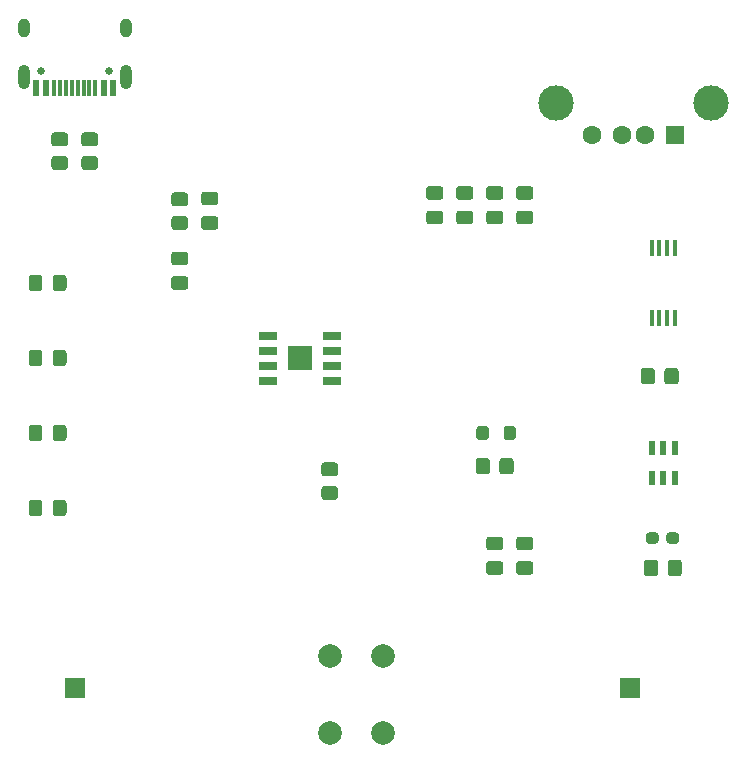
<source format=gbr>
%TF.GenerationSoftware,KiCad,Pcbnew,5.1.9*%
%TF.CreationDate,2021-06-15T13:05:46+08:00*%
%TF.ProjectId,Power-TEST,506f7765-722d-4544-9553-542e6b696361,rev?*%
%TF.SameCoordinates,Original*%
%TF.FileFunction,Soldermask,Top*%
%TF.FilePolarity,Negative*%
%FSLAX46Y46*%
G04 Gerber Fmt 4.6, Leading zero omitted, Abs format (unit mm)*
G04 Created by KiCad (PCBNEW 5.1.9) date 2021-06-15 13:05:46*
%MOMM*%
%LPD*%
G01*
G04 APERTURE LIST*
%ADD10R,1.700000X1.700000*%
%ADD11R,0.600000X1.250000*%
%ADD12R,1.525000X0.700000*%
%ADD13R,2.090000X2.090000*%
%ADD14O,1.000000X1.600000*%
%ADD15C,0.650000*%
%ADD16O,1.000000X2.100000*%
%ADD17R,0.300000X1.450000*%
%ADD18R,0.600000X1.450000*%
%ADD19C,3.000000*%
%ADD20R,1.600000X1.600000*%
%ADD21C,1.600000*%
%ADD22R,0.450000X1.475000*%
%ADD23C,2.000000*%
G04 APERTURE END LIST*
%TO.C,C3*%
G36*
G01*
X101507500Y-97552500D02*
X101507500Y-98027500D01*
G75*
G02*
X101270000Y-98265000I-237500J0D01*
G01*
X100670000Y-98265000D01*
G75*
G02*
X100432500Y-98027500I0J237500D01*
G01*
X100432500Y-97552500D01*
G75*
G02*
X100670000Y-97315000I237500J0D01*
G01*
X101270000Y-97315000D01*
G75*
G02*
X101507500Y-97552500I0J-237500D01*
G01*
G37*
G36*
G01*
X103232500Y-97552500D02*
X103232500Y-98027500D01*
G75*
G02*
X102995000Y-98265000I-237500J0D01*
G01*
X102395000Y-98265000D01*
G75*
G02*
X102157500Y-98027500I0J237500D01*
G01*
X102157500Y-97552500D01*
G75*
G02*
X102395000Y-97315000I237500J0D01*
G01*
X102995000Y-97315000D01*
G75*
G02*
X103232500Y-97552500I0J-237500D01*
G01*
G37*
%TD*%
D10*
%TO.C,J3*%
X52070000Y-110490000D03*
%TD*%
%TO.C,J2*%
X99060000Y-110490000D03*
%TD*%
%TO.C,R7*%
G36*
G01*
X52889999Y-65440000D02*
X53790001Y-65440000D01*
G75*
G02*
X54040000Y-65689999I0J-249999D01*
G01*
X54040000Y-66390001D01*
G75*
G02*
X53790001Y-66640000I-249999J0D01*
G01*
X52889999Y-66640000D01*
G75*
G02*
X52640000Y-66390001I0J249999D01*
G01*
X52640000Y-65689999D01*
G75*
G02*
X52889999Y-65440000I249999J0D01*
G01*
G37*
G36*
G01*
X52889999Y-63440000D02*
X53790001Y-63440000D01*
G75*
G02*
X54040000Y-63689999I0J-249999D01*
G01*
X54040000Y-64390001D01*
G75*
G02*
X53790001Y-64640000I-249999J0D01*
G01*
X52889999Y-64640000D01*
G75*
G02*
X52640000Y-64390001I0J249999D01*
G01*
X52640000Y-63689999D01*
G75*
G02*
X52889999Y-63440000I249999J0D01*
G01*
G37*
%TD*%
%TO.C,R6*%
G36*
G01*
X50349999Y-65440000D02*
X51250001Y-65440000D01*
G75*
G02*
X51500000Y-65689999I0J-249999D01*
G01*
X51500000Y-66390001D01*
G75*
G02*
X51250001Y-66640000I-249999J0D01*
G01*
X50349999Y-66640000D01*
G75*
G02*
X50100000Y-66390001I0J249999D01*
G01*
X50100000Y-65689999D01*
G75*
G02*
X50349999Y-65440000I249999J0D01*
G01*
G37*
G36*
G01*
X50349999Y-63440000D02*
X51250001Y-63440000D01*
G75*
G02*
X51500000Y-63689999I0J-249999D01*
G01*
X51500000Y-64390001D01*
G75*
G02*
X51250001Y-64640000I-249999J0D01*
G01*
X50349999Y-64640000D01*
G75*
G02*
X50100000Y-64390001I0J249999D01*
G01*
X50100000Y-63689999D01*
G75*
G02*
X50349999Y-63440000I249999J0D01*
G01*
G37*
%TD*%
%TO.C,C1*%
G36*
G01*
X60485000Y-75612500D02*
X61435000Y-75612500D01*
G75*
G02*
X61685000Y-75862500I0J-250000D01*
G01*
X61685000Y-76537500D01*
G75*
G02*
X61435000Y-76787500I-250000J0D01*
G01*
X60485000Y-76787500D01*
G75*
G02*
X60235000Y-76537500I0J250000D01*
G01*
X60235000Y-75862500D01*
G75*
G02*
X60485000Y-75612500I250000J0D01*
G01*
G37*
G36*
G01*
X60485000Y-73537500D02*
X61435000Y-73537500D01*
G75*
G02*
X61685000Y-73787500I0J-250000D01*
G01*
X61685000Y-74462500D01*
G75*
G02*
X61435000Y-74712500I-250000J0D01*
G01*
X60485000Y-74712500D01*
G75*
G02*
X60235000Y-74462500I0J250000D01*
G01*
X60235000Y-73787500D01*
G75*
G02*
X60485000Y-73537500I250000J0D01*
G01*
G37*
%TD*%
%TO.C,C2*%
G36*
G01*
X63025000Y-68457500D02*
X63975000Y-68457500D01*
G75*
G02*
X64225000Y-68707500I0J-250000D01*
G01*
X64225000Y-69382500D01*
G75*
G02*
X63975000Y-69632500I-250000J0D01*
G01*
X63025000Y-69632500D01*
G75*
G02*
X62775000Y-69382500I0J250000D01*
G01*
X62775000Y-68707500D01*
G75*
G02*
X63025000Y-68457500I250000J0D01*
G01*
G37*
G36*
G01*
X63025000Y-70532500D02*
X63975000Y-70532500D01*
G75*
G02*
X64225000Y-70782500I0J-250000D01*
G01*
X64225000Y-71457500D01*
G75*
G02*
X63975000Y-71707500I-250000J0D01*
G01*
X63025000Y-71707500D01*
G75*
G02*
X62775000Y-71457500I0J250000D01*
G01*
X62775000Y-70782500D01*
G75*
G02*
X63025000Y-70532500I250000J0D01*
G01*
G37*
%TD*%
%TO.C,C4*%
G36*
G01*
X83025000Y-69167500D02*
X82075000Y-69167500D01*
G75*
G02*
X81825000Y-68917500I0J250000D01*
G01*
X81825000Y-68242500D01*
G75*
G02*
X82075000Y-67992500I250000J0D01*
G01*
X83025000Y-67992500D01*
G75*
G02*
X83275000Y-68242500I0J-250000D01*
G01*
X83275000Y-68917500D01*
G75*
G02*
X83025000Y-69167500I-250000J0D01*
G01*
G37*
G36*
G01*
X83025000Y-71242500D02*
X82075000Y-71242500D01*
G75*
G02*
X81825000Y-70992500I0J250000D01*
G01*
X81825000Y-70317500D01*
G75*
G02*
X82075000Y-70067500I250000J0D01*
G01*
X83025000Y-70067500D01*
G75*
G02*
X83275000Y-70317500I0J-250000D01*
G01*
X83275000Y-70992500D01*
G75*
G02*
X83025000Y-71242500I-250000J0D01*
G01*
G37*
%TD*%
%TO.C,C5*%
G36*
G01*
X85565000Y-69167500D02*
X84615000Y-69167500D01*
G75*
G02*
X84365000Y-68917500I0J250000D01*
G01*
X84365000Y-68242500D01*
G75*
G02*
X84615000Y-67992500I250000J0D01*
G01*
X85565000Y-67992500D01*
G75*
G02*
X85815000Y-68242500I0J-250000D01*
G01*
X85815000Y-68917500D01*
G75*
G02*
X85565000Y-69167500I-250000J0D01*
G01*
G37*
G36*
G01*
X85565000Y-71242500D02*
X84615000Y-71242500D01*
G75*
G02*
X84365000Y-70992500I0J250000D01*
G01*
X84365000Y-70317500D01*
G75*
G02*
X84615000Y-70067500I250000J0D01*
G01*
X85565000Y-70067500D01*
G75*
G02*
X85815000Y-70317500I0J-250000D01*
G01*
X85815000Y-70992500D01*
G75*
G02*
X85565000Y-71242500I-250000J0D01*
G01*
G37*
%TD*%
%TO.C,C6*%
G36*
G01*
X88105000Y-71242500D02*
X87155000Y-71242500D01*
G75*
G02*
X86905000Y-70992500I0J250000D01*
G01*
X86905000Y-70317500D01*
G75*
G02*
X87155000Y-70067500I250000J0D01*
G01*
X88105000Y-70067500D01*
G75*
G02*
X88355000Y-70317500I0J-250000D01*
G01*
X88355000Y-70992500D01*
G75*
G02*
X88105000Y-71242500I-250000J0D01*
G01*
G37*
G36*
G01*
X88105000Y-69167500D02*
X87155000Y-69167500D01*
G75*
G02*
X86905000Y-68917500I0J250000D01*
G01*
X86905000Y-68242500D01*
G75*
G02*
X87155000Y-67992500I250000J0D01*
G01*
X88105000Y-67992500D01*
G75*
G02*
X88355000Y-68242500I0J-250000D01*
G01*
X88355000Y-68917500D01*
G75*
G02*
X88105000Y-69167500I-250000J0D01*
G01*
G37*
%TD*%
%TO.C,C7*%
G36*
G01*
X90645000Y-71242500D02*
X89695000Y-71242500D01*
G75*
G02*
X89445000Y-70992500I0J250000D01*
G01*
X89445000Y-70317500D01*
G75*
G02*
X89695000Y-70067500I250000J0D01*
G01*
X90645000Y-70067500D01*
G75*
G02*
X90895000Y-70317500I0J-250000D01*
G01*
X90895000Y-70992500D01*
G75*
G02*
X90645000Y-71242500I-250000J0D01*
G01*
G37*
G36*
G01*
X90645000Y-69167500D02*
X89695000Y-69167500D01*
G75*
G02*
X89445000Y-68917500I0J250000D01*
G01*
X89445000Y-68242500D01*
G75*
G02*
X89695000Y-67992500I250000J0D01*
G01*
X90645000Y-67992500D01*
G75*
G02*
X90895000Y-68242500I0J-250000D01*
G01*
X90895000Y-68917500D01*
G75*
G02*
X90645000Y-69167500I-250000J0D01*
G01*
G37*
%TD*%
%TO.C,C8*%
G36*
G01*
X87155000Y-99742500D02*
X88105000Y-99742500D01*
G75*
G02*
X88355000Y-99992500I0J-250000D01*
G01*
X88355000Y-100667500D01*
G75*
G02*
X88105000Y-100917500I-250000J0D01*
G01*
X87155000Y-100917500D01*
G75*
G02*
X86905000Y-100667500I0J250000D01*
G01*
X86905000Y-99992500D01*
G75*
G02*
X87155000Y-99742500I250000J0D01*
G01*
G37*
G36*
G01*
X87155000Y-97667500D02*
X88105000Y-97667500D01*
G75*
G02*
X88355000Y-97917500I0J-250000D01*
G01*
X88355000Y-98592500D01*
G75*
G02*
X88105000Y-98842500I-250000J0D01*
G01*
X87155000Y-98842500D01*
G75*
G02*
X86905000Y-98592500I0J250000D01*
G01*
X86905000Y-97917500D01*
G75*
G02*
X87155000Y-97667500I250000J0D01*
G01*
G37*
%TD*%
%TO.C,C9*%
G36*
G01*
X89695000Y-97667500D02*
X90645000Y-97667500D01*
G75*
G02*
X90895000Y-97917500I0J-250000D01*
G01*
X90895000Y-98592500D01*
G75*
G02*
X90645000Y-98842500I-250000J0D01*
G01*
X89695000Y-98842500D01*
G75*
G02*
X89445000Y-98592500I0J250000D01*
G01*
X89445000Y-97917500D01*
G75*
G02*
X89695000Y-97667500I250000J0D01*
G01*
G37*
G36*
G01*
X89695000Y-99742500D02*
X90645000Y-99742500D01*
G75*
G02*
X90895000Y-99992500I0J-250000D01*
G01*
X90895000Y-100667500D01*
G75*
G02*
X90645000Y-100917500I-250000J0D01*
G01*
X89695000Y-100917500D01*
G75*
G02*
X89445000Y-100667500I0J250000D01*
G01*
X89445000Y-99992500D01*
G75*
G02*
X89695000Y-99742500I250000J0D01*
G01*
G37*
%TD*%
%TO.C,D1*%
G36*
G01*
X49325000Y-75749999D02*
X49325000Y-76650001D01*
G75*
G02*
X49075001Y-76900000I-249999J0D01*
G01*
X48424999Y-76900000D01*
G75*
G02*
X48175000Y-76650001I0J249999D01*
G01*
X48175000Y-75749999D01*
G75*
G02*
X48424999Y-75500000I249999J0D01*
G01*
X49075001Y-75500000D01*
G75*
G02*
X49325000Y-75749999I0J-249999D01*
G01*
G37*
G36*
G01*
X51375000Y-75749999D02*
X51375000Y-76650001D01*
G75*
G02*
X51125001Y-76900000I-249999J0D01*
G01*
X50474999Y-76900000D01*
G75*
G02*
X50225000Y-76650001I0J249999D01*
G01*
X50225000Y-75749999D01*
G75*
G02*
X50474999Y-75500000I249999J0D01*
G01*
X51125001Y-75500000D01*
G75*
G02*
X51375000Y-75749999I0J-249999D01*
G01*
G37*
%TD*%
%TO.C,D2*%
G36*
G01*
X48175000Y-83000001D02*
X48175000Y-82099999D01*
G75*
G02*
X48424999Y-81850000I249999J0D01*
G01*
X49075001Y-81850000D01*
G75*
G02*
X49325000Y-82099999I0J-249999D01*
G01*
X49325000Y-83000001D01*
G75*
G02*
X49075001Y-83250000I-249999J0D01*
G01*
X48424999Y-83250000D01*
G75*
G02*
X48175000Y-83000001I0J249999D01*
G01*
G37*
G36*
G01*
X50225000Y-83000001D02*
X50225000Y-82099999D01*
G75*
G02*
X50474999Y-81850000I249999J0D01*
G01*
X51125001Y-81850000D01*
G75*
G02*
X51375000Y-82099999I0J-249999D01*
G01*
X51375000Y-83000001D01*
G75*
G02*
X51125001Y-83250000I-249999J0D01*
G01*
X50474999Y-83250000D01*
G75*
G02*
X50225000Y-83000001I0J249999D01*
G01*
G37*
%TD*%
%TO.C,D3*%
G36*
G01*
X48175000Y-89350001D02*
X48175000Y-88449999D01*
G75*
G02*
X48424999Y-88200000I249999J0D01*
G01*
X49075001Y-88200000D01*
G75*
G02*
X49325000Y-88449999I0J-249999D01*
G01*
X49325000Y-89350001D01*
G75*
G02*
X49075001Y-89600000I-249999J0D01*
G01*
X48424999Y-89600000D01*
G75*
G02*
X48175000Y-89350001I0J249999D01*
G01*
G37*
G36*
G01*
X50225000Y-89350001D02*
X50225000Y-88449999D01*
G75*
G02*
X50474999Y-88200000I249999J0D01*
G01*
X51125001Y-88200000D01*
G75*
G02*
X51375000Y-88449999I0J-249999D01*
G01*
X51375000Y-89350001D01*
G75*
G02*
X51125001Y-89600000I-249999J0D01*
G01*
X50474999Y-89600000D01*
G75*
G02*
X50225000Y-89350001I0J249999D01*
G01*
G37*
%TD*%
%TO.C,D4*%
G36*
G01*
X49325000Y-94799999D02*
X49325000Y-95700001D01*
G75*
G02*
X49075001Y-95950000I-249999J0D01*
G01*
X48424999Y-95950000D01*
G75*
G02*
X48175000Y-95700001I0J249999D01*
G01*
X48175000Y-94799999D01*
G75*
G02*
X48424999Y-94550000I249999J0D01*
G01*
X49075001Y-94550000D01*
G75*
G02*
X49325000Y-94799999I0J-249999D01*
G01*
G37*
G36*
G01*
X51375000Y-94799999D02*
X51375000Y-95700001D01*
G75*
G02*
X51125001Y-95950000I-249999J0D01*
G01*
X50474999Y-95950000D01*
G75*
G02*
X50225000Y-95700001I0J249999D01*
G01*
X50225000Y-94799999D01*
G75*
G02*
X50474999Y-94550000I249999J0D01*
G01*
X51125001Y-94550000D01*
G75*
G02*
X51375000Y-94799999I0J-249999D01*
G01*
G37*
%TD*%
D11*
%TO.C,IC1*%
X102870000Y-90210000D03*
X101920000Y-90210000D03*
X100970000Y-90210000D03*
X100970000Y-92710000D03*
X101920000Y-92710000D03*
X102870000Y-92710000D03*
%TD*%
D12*
%TO.C,IC2*%
X68408000Y-80645000D03*
X68408000Y-81915000D03*
X68408000Y-83185000D03*
X68408000Y-84455000D03*
X73832000Y-84455000D03*
X73832000Y-83185000D03*
X73832000Y-81915000D03*
X73832000Y-80645000D03*
D13*
X71120000Y-82550000D03*
%TD*%
D14*
%TO.C,J1*%
X47750000Y-54595000D03*
D15*
X49180000Y-58245000D03*
D14*
X56390000Y-54595000D03*
D15*
X54960000Y-58245000D03*
D16*
X56390000Y-58775000D03*
X47750000Y-58775000D03*
D17*
X52320000Y-59690000D03*
X50320000Y-59690000D03*
X50820000Y-59690000D03*
X51320000Y-59690000D03*
X51820000Y-59690000D03*
X52820000Y-59690000D03*
X53320000Y-59690000D03*
X53820000Y-59690000D03*
D18*
X48820000Y-59690000D03*
X49620000Y-59690000D03*
X54520000Y-59690000D03*
X55320000Y-59690000D03*
X55320000Y-59690000D03*
X54520000Y-59690000D03*
X49620000Y-59690000D03*
X48820000Y-59690000D03*
%TD*%
D19*
%TO.C,J4*%
X92800000Y-60960000D03*
X105940000Y-60960000D03*
D20*
X102870000Y-63670000D03*
D21*
X100370000Y-63670000D03*
X98370000Y-63670000D03*
X95870000Y-63670000D03*
%TD*%
%TO.C,L1*%
G36*
G01*
X86075000Y-89250001D02*
X86075000Y-88549999D01*
G75*
G02*
X86324999Y-88300000I249999J0D01*
G01*
X86875001Y-88300000D01*
G75*
G02*
X87125000Y-88549999I0J-249999D01*
G01*
X87125000Y-89250001D01*
G75*
G02*
X86875001Y-89500000I-249999J0D01*
G01*
X86324999Y-89500000D01*
G75*
G02*
X86075000Y-89250001I0J249999D01*
G01*
G37*
G36*
G01*
X88375000Y-89250001D02*
X88375000Y-88549999D01*
G75*
G02*
X88624999Y-88300000I249999J0D01*
G01*
X89175001Y-88300000D01*
G75*
G02*
X89425000Y-88549999I0J-249999D01*
G01*
X89425000Y-89250001D01*
G75*
G02*
X89175001Y-89500000I-249999J0D01*
G01*
X88624999Y-89500000D01*
G75*
G02*
X88375000Y-89250001I0J249999D01*
G01*
G37*
%TD*%
D22*
%TO.C,Q1*%
X102870000Y-73262000D03*
X102220000Y-73262000D03*
X101570000Y-73262000D03*
X100920000Y-73262000D03*
X100920000Y-79138000D03*
X101570000Y-79138000D03*
X102220000Y-79138000D03*
X102870000Y-79138000D03*
%TD*%
%TO.C,R1*%
G36*
G01*
X60509999Y-68520000D02*
X61410001Y-68520000D01*
G75*
G02*
X61660000Y-68769999I0J-249999D01*
G01*
X61660000Y-69470001D01*
G75*
G02*
X61410001Y-69720000I-249999J0D01*
G01*
X60509999Y-69720000D01*
G75*
G02*
X60260000Y-69470001I0J249999D01*
G01*
X60260000Y-68769999D01*
G75*
G02*
X60509999Y-68520000I249999J0D01*
G01*
G37*
G36*
G01*
X60509999Y-70520000D02*
X61410001Y-70520000D01*
G75*
G02*
X61660000Y-70769999I0J-249999D01*
G01*
X61660000Y-71470001D01*
G75*
G02*
X61410001Y-71720000I-249999J0D01*
G01*
X60509999Y-71720000D01*
G75*
G02*
X60260000Y-71470001I0J249999D01*
G01*
X60260000Y-70769999D01*
G75*
G02*
X60509999Y-70520000I249999J0D01*
G01*
G37*
%TD*%
%TO.C,R2*%
G36*
G01*
X100000000Y-84540001D02*
X100000000Y-83639999D01*
G75*
G02*
X100249999Y-83390000I249999J0D01*
G01*
X100950001Y-83390000D01*
G75*
G02*
X101200000Y-83639999I0J-249999D01*
G01*
X101200000Y-84540001D01*
G75*
G02*
X100950001Y-84790000I-249999J0D01*
G01*
X100249999Y-84790000D01*
G75*
G02*
X100000000Y-84540001I0J249999D01*
G01*
G37*
G36*
G01*
X102000000Y-84540001D02*
X102000000Y-83639999D01*
G75*
G02*
X102249999Y-83390000I249999J0D01*
G01*
X102950001Y-83390000D01*
G75*
G02*
X103200000Y-83639999I0J-249999D01*
G01*
X103200000Y-84540001D01*
G75*
G02*
X102950001Y-84790000I-249999J0D01*
G01*
X102249999Y-84790000D01*
G75*
G02*
X102000000Y-84540001I0J249999D01*
G01*
G37*
%TD*%
%TO.C,R3*%
G36*
G01*
X100270000Y-100780001D02*
X100270000Y-99879999D01*
G75*
G02*
X100519999Y-99630000I249999J0D01*
G01*
X101220001Y-99630000D01*
G75*
G02*
X101470000Y-99879999I0J-249999D01*
G01*
X101470000Y-100780001D01*
G75*
G02*
X101220001Y-101030000I-249999J0D01*
G01*
X100519999Y-101030000D01*
G75*
G02*
X100270000Y-100780001I0J249999D01*
G01*
G37*
G36*
G01*
X102270000Y-100780001D02*
X102270000Y-99879999D01*
G75*
G02*
X102519999Y-99630000I249999J0D01*
G01*
X103220001Y-99630000D01*
G75*
G02*
X103470000Y-99879999I0J-249999D01*
G01*
X103470000Y-100780001D01*
G75*
G02*
X103220001Y-101030000I-249999J0D01*
G01*
X102519999Y-101030000D01*
G75*
G02*
X102270000Y-100780001I0J249999D01*
G01*
G37*
%TD*%
%TO.C,R4*%
G36*
G01*
X74110001Y-92580000D02*
X73209999Y-92580000D01*
G75*
G02*
X72960000Y-92330001I0J249999D01*
G01*
X72960000Y-91629999D01*
G75*
G02*
X73209999Y-91380000I249999J0D01*
G01*
X74110001Y-91380000D01*
G75*
G02*
X74360000Y-91629999I0J-249999D01*
G01*
X74360000Y-92330001D01*
G75*
G02*
X74110001Y-92580000I-249999J0D01*
G01*
G37*
G36*
G01*
X74110001Y-94580000D02*
X73209999Y-94580000D01*
G75*
G02*
X72960000Y-94330001I0J249999D01*
G01*
X72960000Y-93629999D01*
G75*
G02*
X73209999Y-93380000I249999J0D01*
G01*
X74110001Y-93380000D01*
G75*
G02*
X74360000Y-93629999I0J-249999D01*
G01*
X74360000Y-94330001D01*
G75*
G02*
X74110001Y-94580000I-249999J0D01*
G01*
G37*
%TD*%
%TO.C,R5*%
G36*
G01*
X89230000Y-91259999D02*
X89230000Y-92160001D01*
G75*
G02*
X88980001Y-92410000I-249999J0D01*
G01*
X88279999Y-92410000D01*
G75*
G02*
X88030000Y-92160001I0J249999D01*
G01*
X88030000Y-91259999D01*
G75*
G02*
X88279999Y-91010000I249999J0D01*
G01*
X88980001Y-91010000D01*
G75*
G02*
X89230000Y-91259999I0J-249999D01*
G01*
G37*
G36*
G01*
X87230000Y-91259999D02*
X87230000Y-92160001D01*
G75*
G02*
X86980001Y-92410000I-249999J0D01*
G01*
X86279999Y-92410000D01*
G75*
G02*
X86030000Y-92160001I0J249999D01*
G01*
X86030000Y-91259999D01*
G75*
G02*
X86279999Y-91010000I249999J0D01*
G01*
X86980001Y-91010000D01*
G75*
G02*
X87230000Y-91259999I0J-249999D01*
G01*
G37*
%TD*%
D23*
%TO.C,SW1*%
X78160000Y-114300000D03*
X73660000Y-114300000D03*
X78160000Y-107800000D03*
X73660000Y-107800000D03*
%TD*%
M02*

</source>
